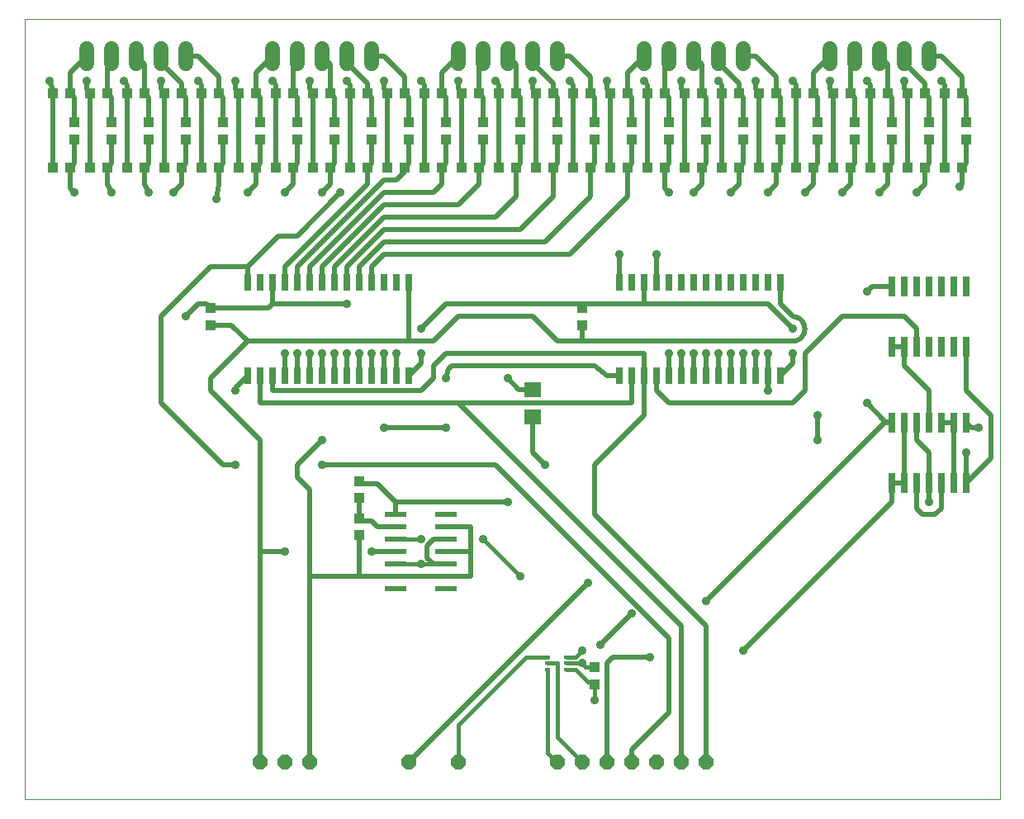
<source format=gtl>
G75*
%MOIN*%
%OFA0B0*%
%FSLAX25Y25*%
%IPPOS*%
%LPD*%
%AMOC8*
5,1,8,0,0,1.08239X$1,22.5*
%
%ADD10C,0.00000*%
%ADD11R,0.04252X0.04134*%
%ADD12C,0.06000*%
%ADD13R,0.03937X0.04331*%
%ADD14OC8,0.06000*%
%ADD15R,0.02559X0.06693*%
%ADD16R,0.02600X0.08000*%
%ADD17R,0.07098X0.06299*%
%ADD18R,0.04331X0.03937*%
%ADD19R,0.08661X0.02362*%
%ADD20R,0.02362X0.01575*%
%ADD21C,0.02000*%
%ADD22C,0.03562*%
%ADD23C,0.01600*%
D10*
X0001000Y0001000D02*
X0001000Y0315961D01*
X0394701Y0315961D01*
X0394701Y0001000D01*
X0001000Y0001000D01*
D11*
X0231000Y0047555D03*
X0231000Y0054445D03*
X0226000Y0192555D03*
X0226000Y0199445D03*
X0231000Y0267555D03*
X0231000Y0274445D03*
X0216000Y0274445D03*
X0216000Y0267555D03*
X0201000Y0267555D03*
X0201000Y0274445D03*
X0186000Y0274445D03*
X0186000Y0267555D03*
X0171000Y0267555D03*
X0171000Y0274445D03*
X0156000Y0274445D03*
X0156000Y0267555D03*
X0141000Y0267555D03*
X0141000Y0274445D03*
X0126000Y0274445D03*
X0126000Y0267555D03*
X0111000Y0267555D03*
X0111000Y0274445D03*
X0096000Y0274445D03*
X0096000Y0267555D03*
X0081000Y0267555D03*
X0081000Y0274445D03*
X0066000Y0274445D03*
X0066000Y0267555D03*
X0051000Y0267555D03*
X0051000Y0274445D03*
X0036000Y0274445D03*
X0036000Y0267555D03*
X0021000Y0267555D03*
X0021000Y0274445D03*
X0076000Y0199445D03*
X0076000Y0192555D03*
X0246000Y0267555D03*
X0246000Y0274445D03*
X0261000Y0274445D03*
X0261000Y0267555D03*
X0276000Y0267555D03*
X0276000Y0274445D03*
X0291000Y0274445D03*
X0291000Y0267555D03*
X0306000Y0267555D03*
X0306000Y0274445D03*
X0321000Y0274445D03*
X0321000Y0267555D03*
X0336000Y0267555D03*
X0336000Y0274445D03*
X0351000Y0274445D03*
X0351000Y0267555D03*
X0366000Y0267555D03*
X0366000Y0274445D03*
X0381000Y0274445D03*
X0381000Y0267555D03*
D12*
X0366000Y0298000D02*
X0366000Y0304000D01*
X0356000Y0304000D02*
X0356000Y0298000D01*
X0346000Y0298000D02*
X0346000Y0304000D01*
X0336000Y0304000D02*
X0336000Y0298000D01*
X0326000Y0298000D02*
X0326000Y0304000D01*
X0291000Y0304000D02*
X0291000Y0298000D01*
X0281000Y0298000D02*
X0281000Y0304000D01*
X0271000Y0304000D02*
X0271000Y0298000D01*
X0261000Y0298000D02*
X0261000Y0304000D01*
X0251000Y0304000D02*
X0251000Y0298000D01*
X0216000Y0298000D02*
X0216000Y0304000D01*
X0206000Y0304000D02*
X0206000Y0298000D01*
X0196000Y0298000D02*
X0196000Y0304000D01*
X0186000Y0304000D02*
X0186000Y0298000D01*
X0176000Y0298000D02*
X0176000Y0304000D01*
X0141000Y0304000D02*
X0141000Y0298000D01*
X0131000Y0298000D02*
X0131000Y0304000D01*
X0121000Y0304000D02*
X0121000Y0298000D01*
X0111000Y0298000D02*
X0111000Y0304000D01*
X0101000Y0304000D02*
X0101000Y0298000D01*
X0066000Y0298000D02*
X0066000Y0304000D01*
X0056000Y0304000D02*
X0056000Y0298000D01*
X0046000Y0298000D02*
X0046000Y0304000D01*
X0036000Y0304000D02*
X0036000Y0298000D01*
X0026000Y0298000D02*
X0026000Y0304000D01*
D13*
X0027654Y0286000D03*
X0034346Y0286000D03*
X0042654Y0286000D03*
X0049346Y0286000D03*
X0057654Y0286000D03*
X0064346Y0286000D03*
X0072654Y0286000D03*
X0079346Y0286000D03*
X0087654Y0286000D03*
X0094346Y0286000D03*
X0102654Y0286000D03*
X0109346Y0286000D03*
X0117654Y0286000D03*
X0124346Y0286000D03*
X0132654Y0286000D03*
X0139346Y0286000D03*
X0147654Y0286000D03*
X0154346Y0286000D03*
X0162654Y0286000D03*
X0169346Y0286000D03*
X0177654Y0286000D03*
X0184346Y0286000D03*
X0192654Y0286000D03*
X0199346Y0286000D03*
X0207654Y0286000D03*
X0214346Y0286000D03*
X0222654Y0286000D03*
X0229346Y0286000D03*
X0237654Y0286000D03*
X0244346Y0286000D03*
X0252654Y0286000D03*
X0259346Y0286000D03*
X0267654Y0286000D03*
X0274346Y0286000D03*
X0282654Y0286000D03*
X0289346Y0286000D03*
X0297654Y0286000D03*
X0304346Y0286000D03*
X0312654Y0286000D03*
X0319346Y0286000D03*
X0327654Y0286000D03*
X0334346Y0286000D03*
X0342654Y0286000D03*
X0349346Y0286000D03*
X0357654Y0286000D03*
X0364346Y0286000D03*
X0372654Y0286000D03*
X0379346Y0286000D03*
X0379346Y0256000D03*
X0372654Y0256000D03*
X0364346Y0256000D03*
X0357654Y0256000D03*
X0349346Y0256000D03*
X0342654Y0256000D03*
X0334346Y0256000D03*
X0327654Y0256000D03*
X0319346Y0256000D03*
X0312654Y0256000D03*
X0304346Y0256000D03*
X0297654Y0256000D03*
X0289346Y0256000D03*
X0282654Y0256000D03*
X0274346Y0256000D03*
X0267654Y0256000D03*
X0259346Y0256000D03*
X0252654Y0256000D03*
X0244346Y0256000D03*
X0237654Y0256000D03*
X0229346Y0256000D03*
X0222654Y0256000D03*
X0214346Y0256000D03*
X0207654Y0256000D03*
X0199346Y0256000D03*
X0192654Y0256000D03*
X0184346Y0256000D03*
X0177654Y0256000D03*
X0169346Y0256000D03*
X0162654Y0256000D03*
X0154346Y0256000D03*
X0147654Y0256000D03*
X0139346Y0256000D03*
X0132654Y0256000D03*
X0124346Y0256000D03*
X0117654Y0256000D03*
X0109346Y0256000D03*
X0102654Y0256000D03*
X0094346Y0256000D03*
X0087654Y0256000D03*
X0079346Y0256000D03*
X0072654Y0256000D03*
X0064346Y0256000D03*
X0057654Y0256000D03*
X0049346Y0256000D03*
X0042654Y0256000D03*
X0034346Y0256000D03*
X0027654Y0256000D03*
X0019346Y0256000D03*
X0012654Y0256000D03*
X0012654Y0286000D03*
X0019346Y0286000D03*
D14*
X0096000Y0016000D03*
X0106000Y0016000D03*
X0116000Y0016000D03*
X0156000Y0016000D03*
X0176000Y0016000D03*
X0216000Y0016000D03*
X0226000Y0016000D03*
X0236000Y0016000D03*
X0246000Y0016000D03*
X0256000Y0016000D03*
X0266000Y0016000D03*
X0276000Y0016000D03*
D15*
X0276000Y0172181D03*
X0271000Y0172181D03*
X0266000Y0172181D03*
X0261000Y0172181D03*
X0256000Y0172181D03*
X0251000Y0172181D03*
X0246000Y0172181D03*
X0241000Y0172181D03*
X0281000Y0172181D03*
X0286000Y0172181D03*
X0291000Y0172181D03*
X0296000Y0172181D03*
X0301000Y0172181D03*
X0306000Y0172181D03*
X0306000Y0209819D03*
X0301000Y0209819D03*
X0296000Y0209819D03*
X0291000Y0209819D03*
X0286000Y0209819D03*
X0281000Y0209819D03*
X0276000Y0209819D03*
X0271000Y0209819D03*
X0266000Y0209819D03*
X0261000Y0209819D03*
X0256000Y0209819D03*
X0251000Y0209819D03*
X0246000Y0209819D03*
X0241000Y0209819D03*
X0156000Y0209819D03*
X0151000Y0209819D03*
X0146000Y0209819D03*
X0141000Y0209819D03*
X0136000Y0209819D03*
X0131000Y0209819D03*
X0126000Y0209819D03*
X0121000Y0209819D03*
X0116000Y0209819D03*
X0111000Y0209819D03*
X0106000Y0209819D03*
X0101000Y0209819D03*
X0096000Y0209819D03*
X0091000Y0209819D03*
X0091000Y0172181D03*
X0096000Y0172181D03*
X0101000Y0172181D03*
X0106000Y0172181D03*
X0111000Y0172181D03*
X0116000Y0172181D03*
X0121000Y0172181D03*
X0126000Y0172181D03*
X0131000Y0172181D03*
X0136000Y0172181D03*
X0141000Y0172181D03*
X0146000Y0172181D03*
X0151000Y0172181D03*
X0156000Y0172181D03*
D16*
X0351000Y0183900D03*
X0356000Y0183900D03*
X0361000Y0183900D03*
X0366000Y0183900D03*
X0371000Y0183900D03*
X0376000Y0183900D03*
X0381000Y0183900D03*
X0381000Y0208100D03*
X0376000Y0208100D03*
X0371000Y0208100D03*
X0366000Y0208100D03*
X0361000Y0208100D03*
X0356000Y0208100D03*
X0351000Y0208100D03*
X0351000Y0153100D03*
X0356000Y0153100D03*
X0361000Y0153100D03*
X0366000Y0153100D03*
X0371000Y0153100D03*
X0376000Y0153100D03*
X0381000Y0153100D03*
X0381000Y0128900D03*
X0376000Y0128900D03*
X0371000Y0128900D03*
X0366000Y0128900D03*
X0361000Y0128900D03*
X0356000Y0128900D03*
X0351000Y0128900D03*
D17*
X0206000Y0155402D03*
X0206000Y0166598D03*
D18*
X0136000Y0129346D03*
X0136000Y0122654D03*
X0136000Y0114346D03*
X0136000Y0107654D03*
D19*
X0150764Y0106000D03*
X0150764Y0101000D03*
X0150764Y0096000D03*
X0150764Y0091000D03*
X0150764Y0086000D03*
X0171236Y0086000D03*
X0171236Y0091000D03*
X0171236Y0096000D03*
X0171236Y0101000D03*
X0171236Y0106000D03*
X0171236Y0111000D03*
X0171236Y0116000D03*
X0150764Y0116000D03*
X0150764Y0111000D03*
D20*
X0212260Y0058559D03*
X0212260Y0056000D03*
X0212260Y0053441D03*
X0219740Y0053441D03*
X0219740Y0056000D03*
X0219740Y0058559D03*
D21*
X0233500Y0063500D02*
X0246000Y0076000D01*
X0261000Y0066000D02*
X0191000Y0136000D01*
X0121000Y0136000D01*
X0111000Y0136000D02*
X0111000Y0131000D01*
X0116000Y0126000D01*
X0116000Y0091000D01*
X0136000Y0091000D01*
X0136000Y0107654D01*
X0136846Y0113500D02*
X0136000Y0114346D01*
X0136000Y0122654D01*
X0136846Y0128500D02*
X0136000Y0129346D01*
X0136846Y0128500D02*
X0143500Y0128500D01*
X0150764Y0121236D01*
X0150764Y0121000D01*
X0196000Y0121000D01*
X0181000Y0111000D02*
X0181000Y0101000D01*
X0171236Y0101000D01*
X0171236Y0096000D02*
X0166000Y0096000D01*
X0163500Y0098500D01*
X0163500Y0103500D01*
X0166000Y0106000D01*
X0171236Y0106000D01*
X0171236Y0111000D02*
X0181000Y0111000D01*
X0181000Y0101000D02*
X0181000Y0091000D01*
X0171236Y0091000D01*
X0150764Y0091000D01*
X0136000Y0091000D01*
X0141000Y0101000D02*
X0150764Y0101000D01*
X0150764Y0111000D02*
X0143500Y0111000D01*
X0141000Y0113500D01*
X0136846Y0113500D01*
X0150764Y0116000D02*
X0150764Y0121000D01*
X0121000Y0146000D02*
X0111000Y0136000D01*
X0096000Y0146000D02*
X0076000Y0166000D01*
X0076000Y0171000D01*
X0091000Y0186000D01*
X0084445Y0192555D01*
X0076000Y0192555D01*
X0076000Y0199445D02*
X0074445Y0201000D01*
X0071000Y0201000D01*
X0066000Y0196000D01*
X0056000Y0196000D02*
X0076000Y0216000D01*
X0091000Y0216000D01*
X0103500Y0228500D01*
X0111000Y0228500D01*
X0128500Y0246000D01*
X0124346Y0249346D02*
X0121000Y0246000D01*
X0124346Y0249346D02*
X0124346Y0256000D01*
X0126000Y0257654D01*
X0126000Y0267555D01*
X0126000Y0274445D02*
X0126000Y0284346D01*
X0124346Y0286000D01*
X0124346Y0297654D01*
X0121000Y0301000D01*
X0111000Y0301000D02*
X0109346Y0299346D01*
X0109346Y0286000D01*
X0111000Y0284346D01*
X0111000Y0274445D01*
X0111000Y0267555D02*
X0111000Y0257654D01*
X0109346Y0256000D01*
X0109346Y0249346D01*
X0106000Y0246000D01*
X0102654Y0256000D02*
X0102654Y0286000D01*
X0102654Y0289346D01*
X0101000Y0291000D01*
X0094346Y0294346D02*
X0094346Y0286000D01*
X0096000Y0284346D01*
X0096000Y0274445D01*
X0096000Y0267555D02*
X0096000Y0257654D01*
X0094346Y0256000D01*
X0094346Y0249346D01*
X0091000Y0246000D01*
X0079346Y0249346D02*
X0078500Y0243500D01*
X0079346Y0249346D02*
X0079346Y0256000D01*
X0081000Y0257654D01*
X0081000Y0267555D01*
X0081000Y0274445D02*
X0081000Y0284346D01*
X0079346Y0286000D01*
X0079346Y0292654D01*
X0071000Y0301000D01*
X0066000Y0301000D01*
X0056000Y0301000D02*
X0056000Y0298500D01*
X0064346Y0290154D01*
X0064346Y0286000D01*
X0066000Y0284346D01*
X0066000Y0274445D01*
X0066000Y0267555D02*
X0066000Y0257654D01*
X0064346Y0256000D01*
X0064346Y0249346D01*
X0061000Y0246000D01*
X0051000Y0246000D02*
X0049346Y0249346D01*
X0049346Y0256000D01*
X0051000Y0257654D01*
X0051000Y0267555D01*
X0051000Y0274445D02*
X0051000Y0284346D01*
X0049346Y0286000D01*
X0049346Y0297654D01*
X0046000Y0301000D01*
X0036000Y0301000D02*
X0034346Y0299346D01*
X0034346Y0286000D01*
X0036000Y0284346D01*
X0036000Y0274445D01*
X0036000Y0267555D02*
X0036000Y0257654D01*
X0034346Y0256000D01*
X0034346Y0249346D01*
X0036000Y0246000D01*
X0042654Y0256000D02*
X0042654Y0286000D01*
X0042654Y0289346D01*
X0041000Y0291000D01*
X0027654Y0286000D02*
X0026000Y0287654D01*
X0026000Y0291000D01*
X0027654Y0286000D02*
X0027654Y0256000D01*
X0021000Y0257654D02*
X0019346Y0256000D01*
X0019346Y0247654D01*
X0021000Y0246000D01*
X0012654Y0256000D02*
X0012654Y0286000D01*
X0012654Y0287654D01*
X0011000Y0291000D01*
X0019346Y0294346D02*
X0019346Y0286000D01*
X0021000Y0284346D01*
X0021000Y0274445D01*
X0021000Y0267555D02*
X0021000Y0257654D01*
X0057654Y0256000D02*
X0057654Y0286000D01*
X0056000Y0287654D01*
X0056000Y0291000D01*
X0071000Y0291000D02*
X0072654Y0289346D01*
X0072654Y0286000D01*
X0072654Y0256000D01*
X0087654Y0256000D02*
X0087654Y0286000D01*
X0086000Y0287654D01*
X0086000Y0291000D01*
X0094346Y0294346D02*
X0101000Y0301000D01*
X0116000Y0291000D02*
X0116000Y0287654D01*
X0117654Y0286000D01*
X0117654Y0256000D01*
X0132654Y0256000D02*
X0132654Y0286000D01*
X0132654Y0289346D01*
X0131000Y0291000D01*
X0131000Y0298500D02*
X0139346Y0290154D01*
X0139346Y0286000D01*
X0141000Y0284346D01*
X0141000Y0274445D01*
X0141000Y0267555D02*
X0141000Y0257654D01*
X0139346Y0256000D01*
X0139346Y0249346D01*
X0106000Y0216000D01*
X0106000Y0209819D01*
X0101000Y0209819D02*
X0101000Y0201000D01*
X0131000Y0201000D01*
X0131000Y0209819D02*
X0131000Y0216000D01*
X0146000Y0231000D01*
X0201000Y0231000D01*
X0214346Y0244346D01*
X0214346Y0256000D01*
X0216000Y0257654D01*
X0216000Y0267555D01*
X0216000Y0274445D02*
X0216000Y0284346D01*
X0214346Y0286000D01*
X0214346Y0290154D01*
X0206000Y0298500D01*
X0206000Y0301000D01*
X0199346Y0297654D02*
X0196000Y0301000D01*
X0199346Y0297654D02*
X0199346Y0286000D01*
X0201000Y0284346D01*
X0201000Y0274445D01*
X0201000Y0267555D02*
X0201000Y0257654D01*
X0199346Y0256000D01*
X0199346Y0244346D01*
X0191000Y0236000D01*
X0146000Y0236000D01*
X0126000Y0216000D01*
X0126000Y0209819D01*
X0121000Y0209819D02*
X0121000Y0216000D01*
X0146000Y0241000D01*
X0176000Y0241000D01*
X0184346Y0249346D01*
X0184346Y0256000D01*
X0186000Y0257654D01*
X0186000Y0267555D01*
X0186000Y0274445D02*
X0186000Y0284346D01*
X0184346Y0286000D01*
X0184346Y0299346D01*
X0186000Y0301000D01*
X0176000Y0301000D02*
X0169346Y0294346D01*
X0169346Y0286000D01*
X0171000Y0284346D01*
X0171000Y0274445D01*
X0171000Y0267555D02*
X0171000Y0257654D01*
X0169346Y0256000D01*
X0169346Y0249346D01*
X0166000Y0246000D01*
X0146000Y0246000D01*
X0116000Y0216000D01*
X0116000Y0209819D01*
X0111000Y0209819D02*
X0111000Y0216000D01*
X0146000Y0251000D01*
X0151000Y0251000D01*
X0154346Y0254346D01*
X0154346Y0256000D01*
X0156000Y0257654D01*
X0156000Y0267555D01*
X0156000Y0274445D02*
X0156000Y0284346D01*
X0154346Y0286000D01*
X0154346Y0292654D01*
X0146000Y0301000D01*
X0141000Y0301000D01*
X0131000Y0301000D02*
X0131000Y0298500D01*
X0146000Y0291000D02*
X0146000Y0287654D01*
X0147654Y0286000D01*
X0147654Y0256000D01*
X0162654Y0256000D02*
X0162654Y0286000D01*
X0162654Y0289346D01*
X0161000Y0291000D01*
X0176000Y0291000D02*
X0176000Y0287654D01*
X0177654Y0286000D01*
X0177654Y0256000D01*
X0192654Y0256000D02*
X0192654Y0286000D01*
X0192654Y0289346D01*
X0191000Y0291000D01*
X0206000Y0291000D02*
X0206000Y0287654D01*
X0207654Y0286000D01*
X0207654Y0256000D01*
X0222654Y0256000D02*
X0222654Y0286000D01*
X0222654Y0289346D01*
X0221000Y0291000D01*
X0229346Y0292654D02*
X0229346Y0286000D01*
X0231000Y0284346D01*
X0231000Y0274445D01*
X0231000Y0267555D02*
X0231000Y0257654D01*
X0229346Y0256000D01*
X0229346Y0244346D01*
X0211000Y0226000D01*
X0146000Y0226000D01*
X0136000Y0216000D01*
X0136000Y0209819D01*
X0141000Y0209819D02*
X0141000Y0216000D01*
X0146000Y0221000D01*
X0221000Y0221000D01*
X0244346Y0244346D01*
X0244346Y0256000D01*
X0246000Y0257654D01*
X0246000Y0267555D01*
X0246000Y0274445D02*
X0246000Y0284346D01*
X0244346Y0286000D01*
X0244346Y0294346D01*
X0251000Y0301000D01*
X0259346Y0299346D02*
X0261000Y0301000D01*
X0259346Y0299346D02*
X0259346Y0286000D01*
X0261000Y0284346D01*
X0261000Y0274445D01*
X0261000Y0267555D02*
X0261000Y0257654D01*
X0259346Y0256000D01*
X0259346Y0247654D01*
X0261000Y0246000D01*
X0271000Y0246000D02*
X0274346Y0249346D01*
X0274346Y0256000D01*
X0276000Y0257654D01*
X0276000Y0267555D01*
X0276000Y0274445D02*
X0276000Y0284346D01*
X0274346Y0286000D01*
X0274346Y0297654D01*
X0271000Y0301000D01*
X0281000Y0301000D02*
X0281000Y0298500D01*
X0289346Y0290154D01*
X0289346Y0286000D01*
X0291000Y0284346D01*
X0291000Y0274445D01*
X0291000Y0267555D02*
X0291000Y0257654D01*
X0289346Y0256000D01*
X0289346Y0249346D01*
X0286000Y0246000D01*
X0282654Y0256000D02*
X0282654Y0286000D01*
X0282654Y0289346D01*
X0281000Y0291000D01*
X0291000Y0301000D02*
X0296000Y0301000D01*
X0304346Y0292654D01*
X0304346Y0286000D01*
X0306000Y0284346D01*
X0306000Y0274445D01*
X0306000Y0267555D02*
X0306000Y0257654D01*
X0304346Y0256000D01*
X0304346Y0249346D01*
X0301000Y0246000D01*
X0297654Y0256000D02*
X0297654Y0286000D01*
X0296000Y0287654D01*
X0296000Y0291000D01*
X0311000Y0291000D02*
X0312654Y0289346D01*
X0312654Y0286000D01*
X0312654Y0256000D01*
X0319346Y0256000D02*
X0319346Y0249346D01*
X0316000Y0246000D01*
X0319346Y0256000D02*
X0321000Y0257654D01*
X0321000Y0267555D01*
X0321000Y0274445D02*
X0321000Y0284346D01*
X0319346Y0286000D01*
X0319346Y0294346D01*
X0326000Y0301000D01*
X0334346Y0299346D02*
X0336000Y0301000D01*
X0334346Y0299346D02*
X0334346Y0286000D01*
X0336000Y0284346D01*
X0336000Y0274445D01*
X0336000Y0267555D02*
X0336000Y0257654D01*
X0334346Y0256000D01*
X0334346Y0249346D01*
X0331000Y0246000D01*
X0327654Y0256000D02*
X0327654Y0286000D01*
X0326000Y0287654D01*
X0326000Y0291000D01*
X0341000Y0291000D02*
X0342654Y0289346D01*
X0342654Y0286000D01*
X0342654Y0256000D01*
X0349346Y0256000D02*
X0349346Y0249346D01*
X0346000Y0246000D01*
X0349346Y0256000D02*
X0351000Y0257654D01*
X0351000Y0267555D01*
X0351000Y0274445D02*
X0351000Y0284346D01*
X0349346Y0286000D01*
X0349346Y0297654D01*
X0346000Y0301000D01*
X0356000Y0301000D02*
X0356000Y0298500D01*
X0364346Y0290154D01*
X0364346Y0286000D01*
X0366000Y0284346D01*
X0366000Y0274445D01*
X0366000Y0267555D02*
X0366000Y0257654D01*
X0364346Y0256000D01*
X0364346Y0249346D01*
X0361000Y0246000D01*
X0357654Y0256000D02*
X0357654Y0286000D01*
X0356000Y0287654D01*
X0356000Y0291000D01*
X0366000Y0301000D02*
X0371000Y0301000D01*
X0379346Y0292654D01*
X0379346Y0286000D01*
X0381000Y0284346D01*
X0381000Y0274445D01*
X0381000Y0267555D02*
X0381000Y0257654D01*
X0379346Y0256000D01*
X0379346Y0249346D01*
X0378500Y0248500D01*
X0372654Y0256000D02*
X0372654Y0286000D01*
X0372654Y0289346D01*
X0371000Y0291000D01*
X0306000Y0209819D02*
X0306000Y0201000D01*
X0311000Y0196000D01*
X0311140Y0195998D01*
X0311280Y0195992D01*
X0311420Y0195982D01*
X0311560Y0195969D01*
X0311699Y0195951D01*
X0311838Y0195929D01*
X0311975Y0195904D01*
X0312113Y0195875D01*
X0312249Y0195842D01*
X0312384Y0195805D01*
X0312518Y0195764D01*
X0312651Y0195719D01*
X0312783Y0195671D01*
X0312913Y0195619D01*
X0313042Y0195564D01*
X0313169Y0195505D01*
X0313295Y0195442D01*
X0313419Y0195376D01*
X0313540Y0195307D01*
X0313660Y0195234D01*
X0313778Y0195157D01*
X0313893Y0195078D01*
X0314007Y0194995D01*
X0314117Y0194909D01*
X0314226Y0194820D01*
X0314332Y0194728D01*
X0314435Y0194633D01*
X0314536Y0194536D01*
X0314633Y0194435D01*
X0314728Y0194332D01*
X0314820Y0194226D01*
X0314909Y0194117D01*
X0314995Y0194007D01*
X0315078Y0193893D01*
X0315157Y0193778D01*
X0315234Y0193660D01*
X0315307Y0193540D01*
X0315376Y0193419D01*
X0315442Y0193295D01*
X0315505Y0193169D01*
X0315564Y0193042D01*
X0315619Y0192913D01*
X0315671Y0192783D01*
X0315719Y0192651D01*
X0315764Y0192518D01*
X0315805Y0192384D01*
X0315842Y0192249D01*
X0315875Y0192113D01*
X0315904Y0191975D01*
X0315929Y0191838D01*
X0315951Y0191699D01*
X0315969Y0191560D01*
X0315982Y0191420D01*
X0315992Y0191280D01*
X0315998Y0191140D01*
X0316000Y0191000D01*
X0315998Y0190860D01*
X0315992Y0190720D01*
X0315982Y0190580D01*
X0315969Y0190440D01*
X0315951Y0190301D01*
X0315929Y0190162D01*
X0315904Y0190025D01*
X0315875Y0189887D01*
X0315842Y0189751D01*
X0315805Y0189616D01*
X0315764Y0189482D01*
X0315719Y0189349D01*
X0315671Y0189217D01*
X0315619Y0189087D01*
X0315564Y0188958D01*
X0315505Y0188831D01*
X0315442Y0188705D01*
X0315376Y0188581D01*
X0315307Y0188460D01*
X0315234Y0188340D01*
X0315157Y0188222D01*
X0315078Y0188107D01*
X0314995Y0187993D01*
X0314909Y0187883D01*
X0314820Y0187774D01*
X0314728Y0187668D01*
X0314633Y0187565D01*
X0314536Y0187464D01*
X0314435Y0187367D01*
X0314332Y0187272D01*
X0314226Y0187180D01*
X0314117Y0187091D01*
X0314007Y0187005D01*
X0313893Y0186922D01*
X0313778Y0186843D01*
X0313660Y0186766D01*
X0313540Y0186693D01*
X0313419Y0186624D01*
X0313295Y0186558D01*
X0313169Y0186495D01*
X0313042Y0186436D01*
X0312913Y0186381D01*
X0312783Y0186329D01*
X0312651Y0186281D01*
X0312518Y0186236D01*
X0312384Y0186195D01*
X0312249Y0186158D01*
X0312113Y0186125D01*
X0311975Y0186096D01*
X0311838Y0186071D01*
X0311699Y0186049D01*
X0311560Y0186031D01*
X0311420Y0186018D01*
X0311280Y0186008D01*
X0311140Y0186002D01*
X0311000Y0186000D01*
X0226000Y0186000D01*
X0226000Y0192555D01*
X0226000Y0186000D02*
X0216000Y0186000D01*
X0206000Y0196000D01*
X0176000Y0196000D01*
X0166000Y0186000D01*
X0156000Y0186000D01*
X0156000Y0209819D01*
X0171000Y0201000D02*
X0161000Y0191000D01*
X0156000Y0186000D02*
X0091000Y0186000D01*
X0091000Y0172181D02*
X0086000Y0167181D01*
X0086000Y0166000D01*
X0096000Y0161000D02*
X0176000Y0161000D01*
X0266000Y0071000D01*
X0266000Y0016000D01*
X0276000Y0016000D02*
X0276000Y0071000D01*
X0231000Y0116000D01*
X0231000Y0136000D01*
X0251000Y0156000D01*
X0251000Y0172181D01*
X0251000Y0181000D01*
X0171000Y0181000D01*
X0166000Y0176000D01*
X0166000Y0171000D01*
X0161000Y0166000D01*
X0101000Y0166000D01*
X0101000Y0172181D01*
X0096000Y0172181D02*
X0096000Y0161000D01*
X0096000Y0146000D02*
X0096000Y0101000D01*
X0106000Y0101000D01*
X0096000Y0101000D02*
X0096000Y0016000D01*
X0116000Y0016000D02*
X0116000Y0091000D01*
X0086000Y0136000D02*
X0081000Y0136000D01*
X0056000Y0161000D01*
X0056000Y0196000D01*
X0076000Y0199445D02*
X0099445Y0199445D01*
X0101000Y0201000D01*
X0091000Y0209819D02*
X0091000Y0216000D01*
X0106000Y0181000D02*
X0106000Y0172181D01*
X0111000Y0172181D02*
X0111000Y0181000D01*
X0116000Y0181000D02*
X0116000Y0172181D01*
X0121000Y0172181D02*
X0121000Y0181000D01*
X0126000Y0181000D02*
X0126000Y0172181D01*
X0131000Y0172181D02*
X0131000Y0181000D01*
X0136000Y0181000D02*
X0136000Y0172181D01*
X0141000Y0172181D02*
X0141000Y0181000D01*
X0146000Y0181000D02*
X0146000Y0172181D01*
X0151000Y0172181D02*
X0151000Y0181000D01*
X0161000Y0181000D02*
X0161000Y0177181D01*
X0156000Y0172181D01*
X0171000Y0171000D02*
X0172181Y0174681D01*
X0173500Y0176000D01*
X0231000Y0176000D01*
X0236000Y0172181D01*
X0241000Y0172181D01*
X0246000Y0172181D02*
X0246000Y0161000D01*
X0176000Y0161000D01*
X0171000Y0151000D02*
X0146000Y0151000D01*
X0196000Y0171000D02*
X0200402Y0166598D01*
X0206000Y0166598D01*
X0206000Y0155402D02*
X0206000Y0141000D01*
X0211000Y0136000D01*
X0256000Y0166000D02*
X0256000Y0172181D01*
X0261000Y0172181D02*
X0261000Y0181000D01*
X0266000Y0181000D02*
X0266000Y0172181D01*
X0271000Y0172181D02*
X0271000Y0181000D01*
X0276000Y0181000D02*
X0276000Y0172181D01*
X0281000Y0172181D02*
X0281000Y0181000D01*
X0286000Y0181000D02*
X0286000Y0172181D01*
X0291000Y0172181D02*
X0291000Y0181000D01*
X0296000Y0181000D02*
X0296000Y0172181D01*
X0301000Y0172181D02*
X0301000Y0166000D01*
X0301000Y0172181D02*
X0301000Y0181000D01*
X0311000Y0181000D02*
X0311000Y0177181D01*
X0306000Y0172181D01*
X0316000Y0166000D02*
X0311000Y0161000D01*
X0261000Y0161000D01*
X0256000Y0166000D01*
X0226000Y0199445D02*
X0226000Y0201000D01*
X0171000Y0201000D01*
X0226000Y0201000D02*
X0251000Y0201000D01*
X0251000Y0209819D01*
X0256000Y0209819D02*
X0256000Y0221000D01*
X0241000Y0221000D02*
X0241000Y0209819D01*
X0251000Y0201000D02*
X0301000Y0201000D01*
X0311000Y0191000D01*
X0316000Y0181000D02*
X0316000Y0166000D01*
X0321000Y0156000D02*
X0321000Y0146000D01*
X0341000Y0161000D02*
X0348500Y0153500D01*
X0350600Y0153500D01*
X0351000Y0153100D01*
X0348100Y0153100D01*
X0276000Y0081000D01*
X0261000Y0066000D02*
X0261000Y0036000D01*
X0246000Y0021000D01*
X0246000Y0016000D01*
X0236000Y0016000D02*
X0236000Y0056000D01*
X0238500Y0058500D01*
X0253500Y0058500D01*
X0291000Y0061000D02*
X0351000Y0121000D01*
X0351000Y0128900D01*
X0356000Y0128900D01*
X0356000Y0153100D01*
X0361000Y0153100D02*
X0361000Y0146000D01*
X0366000Y0141000D01*
X0366000Y0128900D01*
X0366000Y0121000D01*
X0361000Y0118500D02*
X0361000Y0128900D01*
X0371000Y0128900D02*
X0371000Y0118500D01*
X0368500Y0116000D01*
X0363500Y0116000D01*
X0361000Y0118500D01*
X0376000Y0128900D02*
X0376000Y0153100D01*
X0371000Y0153100D01*
X0366000Y0153100D02*
X0366000Y0166000D01*
X0356000Y0176000D01*
X0356000Y0183900D01*
X0351000Y0183900D01*
X0361000Y0183900D02*
X0361000Y0191000D01*
X0356000Y0196000D01*
X0331000Y0196000D01*
X0316000Y0181000D01*
X0341000Y0206000D02*
X0343100Y0208100D01*
X0351000Y0208100D01*
X0381000Y0183900D02*
X0381000Y0166000D01*
X0391000Y0156000D01*
X0391000Y0138900D01*
X0381000Y0128900D01*
X0381000Y0141000D01*
X0383100Y0151000D02*
X0381000Y0153100D01*
X0383100Y0151000D02*
X0386000Y0151000D01*
X0267654Y0256000D02*
X0267654Y0286000D01*
X0266000Y0287654D01*
X0266000Y0291000D01*
X0252654Y0289346D02*
X0252654Y0286000D01*
X0252654Y0256000D01*
X0237654Y0256000D02*
X0237654Y0286000D01*
X0236000Y0287654D01*
X0236000Y0291000D01*
X0229346Y0292654D02*
X0221000Y0301000D01*
X0216000Y0301000D01*
X0251000Y0291000D02*
X0252654Y0289346D01*
X0026000Y0301000D02*
X0019346Y0294346D01*
X0228500Y0088500D02*
X0156000Y0016000D01*
D22*
X0226000Y0056000D03*
X0226000Y0061000D03*
X0233500Y0063500D03*
X0246000Y0076000D03*
X0253500Y0058500D03*
X0231000Y0041000D03*
X0276000Y0081000D03*
X0291000Y0061000D03*
X0228500Y0088500D03*
X0201000Y0091000D03*
X0186000Y0106000D03*
X0196000Y0121000D03*
X0211000Y0136000D03*
X0171000Y0151000D03*
X0171000Y0171000D03*
X0161000Y0181000D03*
X0151000Y0181000D03*
X0146000Y0181000D03*
X0141000Y0181000D03*
X0136000Y0181000D03*
X0131000Y0181000D03*
X0126000Y0181000D03*
X0121000Y0181000D03*
X0116000Y0181000D03*
X0111000Y0181000D03*
X0106000Y0181000D03*
X0086000Y0166000D03*
X0066000Y0196000D03*
X0078500Y0243500D03*
X0091000Y0246000D03*
X0106000Y0246000D03*
X0121000Y0246000D03*
X0128500Y0246000D03*
X0131000Y0201000D03*
X0161000Y0191000D03*
X0196000Y0171000D03*
X0146000Y0151000D03*
X0121000Y0146000D03*
X0121000Y0136000D03*
X0086000Y0136000D03*
X0106000Y0101000D03*
X0141000Y0101000D03*
X0161000Y0096000D03*
X0161000Y0106000D03*
X0261000Y0181000D03*
X0266000Y0181000D03*
X0271000Y0181000D03*
X0276000Y0181000D03*
X0281000Y0181000D03*
X0286000Y0181000D03*
X0291000Y0181000D03*
X0296000Y0181000D03*
X0301000Y0181000D03*
X0311000Y0181000D03*
X0311000Y0191000D03*
X0301000Y0166000D03*
X0321000Y0156000D03*
X0321000Y0146000D03*
X0341000Y0161000D03*
X0381000Y0141000D03*
X0386000Y0151000D03*
X0366000Y0121000D03*
X0341000Y0206000D03*
X0346000Y0246000D03*
X0331000Y0246000D03*
X0316000Y0246000D03*
X0301000Y0246000D03*
X0286000Y0246000D03*
X0271000Y0246000D03*
X0261000Y0246000D03*
X0256000Y0221000D03*
X0241000Y0221000D03*
X0236000Y0291000D03*
X0221000Y0291000D03*
X0206000Y0291000D03*
X0191000Y0291000D03*
X0176000Y0291000D03*
X0161000Y0291000D03*
X0146000Y0291000D03*
X0131000Y0291000D03*
X0116000Y0291000D03*
X0101000Y0291000D03*
X0086000Y0291000D03*
X0071000Y0291000D03*
X0056000Y0291000D03*
X0041000Y0291000D03*
X0026000Y0291000D03*
X0011000Y0291000D03*
X0021000Y0246000D03*
X0036000Y0246000D03*
X0051000Y0246000D03*
X0061000Y0246000D03*
X0251000Y0291000D03*
X0266000Y0291000D03*
X0281000Y0291000D03*
X0296000Y0291000D03*
X0311000Y0291000D03*
X0326000Y0291000D03*
X0341000Y0291000D03*
X0356000Y0291000D03*
X0371000Y0291000D03*
X0378500Y0248500D03*
X0361000Y0246000D03*
D23*
X0201000Y0091000D02*
X0186000Y0106000D01*
X0171236Y0096000D02*
X0161000Y0096000D01*
X0150764Y0096000D01*
X0150764Y0106000D02*
X0161000Y0106000D01*
X0203559Y0058559D02*
X0176000Y0031000D01*
X0176000Y0016000D01*
X0212260Y0019740D02*
X0216000Y0016000D01*
X0212260Y0019740D02*
X0212260Y0053441D01*
X0212260Y0056000D02*
X0216000Y0056000D01*
X0216000Y0026000D01*
X0226000Y0016000D01*
X0231000Y0041000D02*
X0231000Y0047555D01*
X0230055Y0048500D01*
X0228500Y0048500D01*
X0223559Y0053441D01*
X0219740Y0053441D01*
X0219740Y0056000D02*
X0226000Y0056000D01*
X0227555Y0054445D01*
X0231000Y0054445D01*
X0226000Y0061000D02*
X0223559Y0058559D01*
X0219740Y0058559D01*
X0212260Y0058559D02*
X0203559Y0058559D01*
M02*

</source>
